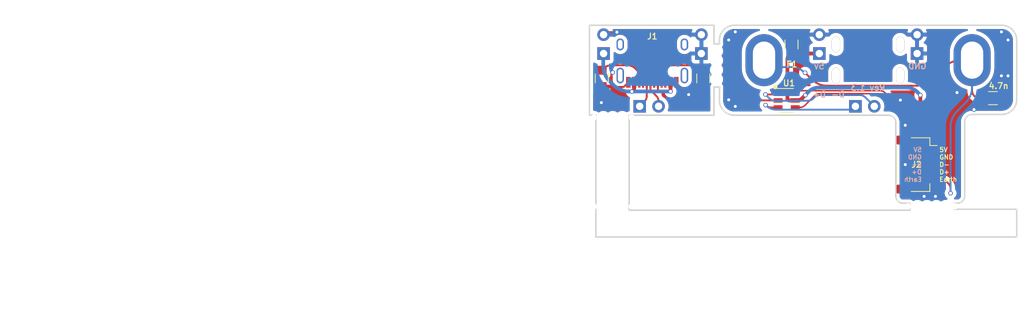
<source format=kicad_pcb>
(kicad_pcb (version 20211014) (generator pcbnew)
  (layers (0 "F.Cu" signal) (31 "B.Cu" signal) (34 "B.Paste" user) (35 "F.Paste" user) (36 "B.SilkS" user "B.Silkscreen") (37 "F.SilkS" user "F.Silkscreen") (38 "B.Mask" user) (39 "F.Mask" user) (44 "Edge.Cuts" user))
  (net 0 "")
  (net 1 "GND")
  (net 2 "D-")
  (net 3 "D+")
  (net 4 "Net-(J1-Pad4)")
  (net 5 "Net-(J1-Pad10)")
  (net 6 "VBUS")
  (net 8 "Net-(J1-Pad5)")
  (net 9 "Net-(J1-Pad6)")
  (net 11 "Earth")
  (footprint "Keeb_components:R_0805" (layer "F.Cu") (at 157.770251 31.323 180)
    (fp_text reference "C1" hide)
    (fp_text value "4.7n" (at -0.762 1.651) (layer "F.SilkS") (effects (font (size 0.8 0.8))))
    (fp_line (start -0.6 -0.88) (end 0.6 -0.88) (layer "F.SilkS") (width 0.12))
    (fp_line (start 0.6 0.88) (end -0.6 0.88) (layer "F.SilkS") (width 0.12))
    (pad "1" smd rect locked (at -1.1 0 180) (size 1.2 1.3) (layers "F.Cu" "F.Paste" "F.Mask") (net 1 "GND"))
    (pad "2" smd rect locked (at 1.1 0 180) (size 1.2 1.3) (layers "F.Cu" "F.Paste" "F.Mask") (net 11 "Earth"))
  )
  (footprint "Keeb_components:USBLC6-2SC6" (layer "F.Cu") (at 130.010251 31.6245 180)
    (fp_text reference "U1" (at -0.319999 2.3255 180) (layer "F.SilkS") (effects (font (size 0.8 0.8))))
    (fp_text value "USBLC6-2SC6")
    (fp_line (start 0.9 -1.61) (end -0.9 -1.61) (layer "F.SilkS") (width 0.12))
    (fp_line (start -0.9 1.61) (end 1.55 1.61) (layer "F.SilkS") (width 0.12))
    (fp_circle (center 1.55 1.81) (end 1.8 1.81) (layer "F.SilkS") (width 0.12) (fill solid))
    (pad "1" smd rect (at 1.15 0.95 270) (size 0.6 1.2) (layers "F.Cu" "F.Paste" "F.Mask") (net 8 "Net-(J1-Pad5)"))
    (pad "2" smd rect (at 1.15 0 270) (size 0.6 1.2) (layers "F.Cu" "F.Paste" "F.Mask") (net 1 "GND"))
    (pad "3" smd rect (at 1.15 -0.95 270) (size 0.6 1.2) (layers "F.Cu" "F.Paste" "F.Mask") (net 9 "Net-(J1-Pad6)"))
    (pad "4" smd rect (at -1.15 -0.95 270) (size 0.6 1.2) (layers "F.Cu" "F.Paste" "F.Mask") (net 3 "D+"))
    (pad "5" smd rect (at -1.15 0 270) (size 0.6 1.2) (layers "F.Cu" "F.Paste" "F.Mask") (net 6 "VBUS"))
    (pad "6" smd rect (at -1.15 0.95 270) (size 0.6 1.2) (layers "F.Cu" "F.Paste" "F.Mask") (net 2 "D-"))
  )
  (footprint "footprints:breakaway-mousebites" (layer "F.Cu") (at 106.61395 33.67 180)
    (fp_text reference "REF**")
    (fp_text value "mb" hide)
    (pad "" np_thru_hole circle (at 2.54 -0.254 180) (size 0.7874 0.7874) (drill 0.7874) (layers F&B.Cu *.Mask))
    (pad "" np_thru_hole circle (at -1.27 -0.254 180) (size 0.7874 0.7874) (drill 0.7874) (layers F&B.Cu *.Mask))
    (pad "" np_thru_hole circle (at -2.54 -0.254 180) (size 0.7874 0.7874) (drill 0.7874) (layers F&B.Cu *.Mask))
    (pad "" np_thru_hole circle (at 1.27 -0.254 180) (size 0.7874 0.7874) (drill 0.7874) (layers F&B.Cu *.Mask))
    (pad "" np_thru_hole circle (at 0 -0.254 180) (size 0.7874 0.7874) (drill 0.7874) (layers F&B.Cu *.Mask))
  )
  (footprint "footprints:breakaway-mousebites" (layer "F.Cu") (at 120.8272 27.517 90)
    (fp_text reference "REF**")
    (fp_text value "mb" hide)
    (pad "" np_thru_hole circle (at 2.54 -0.254 90) (size 0.7874 0.7874) (drill 0.7874) (layers F&B.Cu *.Mask))
    (pad "" np_thru_hole circle (at -1.27 -0.254 90) (size 0.7874 0.7874) (drill 0.7874) (layers F&B.Cu *.Mask))
    (pad "" np_thru_hole circle (at 1.27 -0.254 90) (size 0.7874 0.7874) (drill 0.7874) (layers F&B.Cu *.Mask))
    (pad "" np_thru_hole circle (at 0 -0.254 90) (size 0.7874 0.7874) (drill 0.7874) (layers F&B.Cu *.Mask))
  )
  (footprint "Connector_PinHeader_2.54mm:PinHeader_1x02_P2.54mm_Vertical" (layer "F.Cu") (at 118.5332 25.318 180)
    (fp_text reference "PH2" hide)
    (fp_text value "PinHeader_1x02_P2.54mm_Vertical")
    (pad "1" thru_hole rect (at 0 0 180) (size 1.7 1.7) (drill 1) (layers *.Cu *.Mask) (net 1 "GND"))
    (pad "2" thru_hole oval (at 0 2.54 180) (size 1.7 1.7) (drill 1) (layers *.Cu *.Mask) (net 1 "GND"))
  )
  (footprint "Connector_PinHeader_2.54mm:PinHeader_1x02_P2.54mm_Vertical" (layer "F.Cu") (at 147.563451 25.318 180)
    (fp_text reference "PH5" hide)
    (fp_text value "PinHeader_1x02_P2.54mm_Vertical")
    (pad "1" thru_hole rect (at 0 0 180) (size 1.7 1.7) (drill 1) (layers *.Cu *.Mask) (net 1 "GND"))
    (pad "2" thru_hole oval (at 0 2.54 180) (size 1.7 1.7) (drill 1) (layers *.Cu *.Mask) (net 1 "GND"))
  )
  (footprint "Keeb_components:HRO-TYPE-C-31-M-12" (layer "F.Cu") (at 111.934 21.492 180)
    (fp_text reference "J1")
    (fp_text value "TYPE-C-31-M-12" hide)
    (pad "" np_thru_hole circle locked (at -2.89 -6.25 180) (size 0.65 0.65) (drill 0.65) (layers F&B.Cu *.Mask))
    (pad "" np_thru_hole circle locked (at 2.89 -6.25 180) (size 0.65 0.65) (drill 0.65) (layers F&B.Cu *.Mask))
    (pad "1" smd rect locked (at -3.225 -7.695 180) (size 0.6 1.45) (layers "F.Cu" "F.Paste" "F.Mask") (net 1 "GND"))
    (pad "2" smd rect locked (at -2.45 -7.695 180) (size 0.6 1.45) (layers "F.Cu" "F.Paste" "F.Mask") (net 6 "VBUS"))
    (pad "3" smd rect locked (at -1.75 -7.695 180) (size 0.3 1.45) (layers "F.Cu" "F.Paste" "F.Mask"))
    (pad "4" smd rect locked (at -1.25 -7.695 180) (size 0.3 1.45) (layers "F.Cu" "F.Paste" "F.Mask") (net 4 "Net-(J1-Pad4)"))
    (pad "5" smd rect locked (at -0.75 -7.695 180) (size 0.3 1.45) (layers "F.Cu" "F.Paste" "F.Mask") (net 8 "Net-(J1-Pad5)"))
    (pad "6" smd rect locked (at -0.25 -7.695 180) (size 0.3 1.45) (layers "F.Cu" "F.Paste" "F.Mask") (net 9 "Net-(J1-Pad6)"))
    (pad "7" smd rect locked (at 0.25 -7.695 180) (size 0.3 1.45) (layers "F.Cu" "F.Paste" "F.Mask") (net 8 "Net-(J1-Pad5)"))
    (pad "8" smd rect locked (at 0.75 -7.695 180) (size 0.3 1.45) (layers "F.Cu" "F.Paste" "F.Mask") (net 9 "Net-(J1-Pad6)"))
    (pad "9" smd rect locked (at 1.25 -7.695 180) (size 0.3 1.45) (layers "F.Cu" "F.Paste" "F.Mask"))
    (pad "10" smd rect locked (at 1.75 -7.695 180) (size 0.3 1.45) (layers "F.Cu" "F.Paste" "F.Mask") (net 5 "Net-(J1-Pad10)"))
    (pad "11" smd rect locked (at 2.45 -7.695 180) (size 0.6 1.45) (layers "F.Cu" "F.Paste" "F.Mask") (net 6 "VBUS"))
    (pad "12" smd rect locked (at 3.225 -7.695 180) (size 0.6 1.45) (layers "F.Cu" "F.Paste" "F.Mask") (net 1 "GND"))
    (pad "13" thru_hole oval locked (at 4.32 -6.78 180) (size 1 2.1) (drill oval 0.6 1.7) (layers F&B.Cu *.Mask))
    (pad "13" thru_hole oval locked (at -4.32 -2.6 180) (size 1 1.6) (drill oval 0.6 1.2) (layers F&B.Cu *.Mask))
    (pad "13" thru_hole oval locked (at -4.32 -6.78 180) (size 1 2.1) (drill oval 0.6 1.7) (layers F&B.Cu *.Mask))
    (pad "13" thru_hole oval locked (at 4.32 -2.6 180) (size 1 1.6) (drill oval 0.6 1.2) (layers F&B.Cu *.Mask))
  )
  (footprint "footprints:breakaway-mousebites" (layer "F.Cu") (at 106.61395 45.64 180)
    (fp_text reference "REFr")
    (fp_text value "mb" hide)
    (pad "" np_thru_hole circle (at 2.54 -0.254 180) (size 0.7874 0.7874) (drill 0.7874) (layers F&B.Cu *.Mask))
    (pad "" np_thru_hole circle (at 0 -0.254 180) (size 0.7874 0.7874) (drill 0.7874) (layers F&B.Cu *.Mask))
    (pad "" np_thru_hole circle (at -1.27 -0.254 180) (size 0.7874 0.7874) (drill 0.7874) (layers F&B.Cu *.Mask))
    (pad "" np_thru_hole circle (at 1.27 -0.254 180) (size 0.7874 0.7874) (drill 0.7874) (layers F&B.Cu *.Mask))
    (pad "" np_thru_hole circle (at -2.54 -0.254 180) (size 0.7874 0.7874) (drill 0.7874) (layers F&B.Cu *.Mask))
  )
  (footprint "" (layer "F.Cu") (at 144.753751 24.838521)
    (fp_text reference "" (at 0 0) (layer "F.SilkS") (effects (font (size 1.27 1.27))))
    (fp_text value "" (at 0 0) (layer "F.SilkS") (effects (font (size 1.27 1.27))))
    (pad "" thru_hole oval (at 10.2105 1.370479) (size 5 7) (drill oval 3 5) (layers *.Cu *.Mask) (net 11 "Earth"))
  )
  (footprint "Keeb_components:F_0805" (layer "F.Cu") (at 130.660251 24.092 -90)
    (fp_text reference "F1" (at 2.667 -0.050999) (layer "F.SilkS") (effects (font (size 0.8 0.8))))
    (fp_text value "Polyfuse_Small" hide)
    (fp_line (start 0.6 0.88) (end -0.6 0.88) (layer "F.SilkS") (width 0.12))
    (fp_line (start -0.6 -0.88) (end 0.6 -0.88) (layer "F.SilkS") (width 0.12))
    (pad "1" smd rect locked (at -1.099999 0 270) (size 1 1.3) (layers "F.Cu" "F.Paste" "F.Mask") (net 6 "VBUS"))
    (pad "2" smd rect locked (at 1.099999 0 270) (size 1 1.3) (layers "F.Cu" "F.Paste" "F.Mask") (net 6 "VBUS"))
  )
  (footprint "footprints:breakaway-mousebites" (layer "F.Cu") (at 150.161 45.64 180)
    (fp_text reference "REF**")
    (fp_text value "bm" hide)
    (pad "" np_thru_hole circle (at 2.54 -0.254 180) (size 0.7874 0.7874) (drill 0.7874) (layers F&B.Cu *.Mask))
    (pad "" np_thru_hole circle (at -2.54 -0.254 180) (size 0.7874 0.7874) (drill 0.7874) (layers F&B.Cu *.Mask))
    (pad "" np_thru_hole circle (at 3.81 -0.254 180) (size 0.7874 0.7874) (drill 0.7874) (layers F&B.Cu *.Mask))
    (pad "" np_thru_hole circle (at 1.27 -0.254 180) (size 0.7874 0.7874) (drill 0.7874) (layers F&B.Cu *.Mask))
    (pad "" np_thru_hole circle (at 0 -0.254 180) (size 0.7874 0.7874) (drill 0.7874) (layers F&B.Cu *.Mask))
    (pad "" np_thru_hole circle (at -1.27 -0.254 180) (size 0.7874 0.7874) (drill 0.7874) (layers F&B.Cu *.Mask))
  )
  (footprint "Keeb_components:R_0805" (layer "F.Cu") (at 105.1362 28.664 -90)
    (fp_text reference "R1" hide)
    (fp_text value "5.1k" hide)
    (fp_line (start 0.6 0.88) (end -0.6 0.88) (layer "F.SilkS") (width 0.12))
    (fp_line (start -0.6 -0.88) (end 0.6 -0.88) (layer "F.SilkS") (width 0.12))
    (pad "1" smd rect locked (at -1.1 0 270) (size 1.2 1.3) (layers "F.Cu" "F.Paste" "F.Mask") (net 5 "Net-(J1-Pad10)"))
    (pad "2" smd rect locked (at 1.1 0 270) (size 1.2 1.3) (layers "F.Cu" "F.Paste" "F.Mask") (net 1 "GND"))
  )
  (footprint "Connector_PinHeader_2.54mm:PinHeader_1x02_P2.54mm_Vertical" (layer "F.Cu") (at 134.406251 25.318 180)
    (fp_text reference "PH4" hide)
    (fp_text value "PinHeader_1x02_P2.54mm_Vertical" hide)
    (pad "1" thru_hole rect (at 0 0 180) (size 1.7 1.7) (drill 1) (layers *.Cu *.Mask) (net 6 "VBUS"))
    (pad "2" thru_hole oval (at 0 2.54 180) (size 1.7 1.7) (drill 1) (layers *.Cu *.Mask) (net 1 "GND"))
  )
  (footprint "Connector_PinHeader_2.54mm:PinHeader_1x02_P2.54mm_Vertical" (layer "F.Cu") (at 110.234 32.418 90)
    (fp_text reference "PH3" hide)
    (fp_text value "PinHeader_1x02_P2.54mm_Vertical" hide)
    (pad "1" thru_hole rect (at 0 0 90) (size 1.7 1.7) (drill 1) (layers *.Cu *.Mask) (net 9 "Net-(J1-Pad6)"))
    (pad "2" thru_hole oval (at 0 2.54 90) (size 1.7 1.7) (drill 1) (layers *.Cu *.Mask) (net 8 "Net-(J1-Pad5)"))
  )
  (footprint "Connector_PinHeader_2.54mm:PinHeader_1x02_P2.54mm_Vertical" (layer "F.Cu") (at 105.376 25.318 180)
    (fp_text reference "PH1" hide)
    (fp_text value "PinHeader_1x02_P2.54mm_Vertical" hide)
    (pad "1" thru_hole rect (at 0 0 180) (size 1.7 1.7) (drill 1) (layers *.Cu *.Mask) (net 6 "VBUS"))
    (pad "2" thru_hole oval (at 0 2.54 180) (size 1.7 1.7) (drill 1) (layers *.Cu *.Mask) (net 1 "GND"))
  )
  (footprint "Connector_JST:JST_SH_SM05B-SRSS-TB_1x05-1MP_P1.00mm_Horizontal" (layer "F.Cu") (at 147.494 40.262 -90)
    (fp_text reference "J2" hide)
    (fp_text value "JST_SH_SM05B-SRSS-TB_1x05-1MP_P1.00mm_Horizontal")
    (fp_line (start -3.61 0.715) (end -3.61 -1.785) (layer "F.SilkS") (width 0.12))
    (fp_line (start 3.61 -1.785) (end 2.56 -1.785) (layer "F.SilkS") (width 0.12))
    (fp_line (start -2.44 2.685) (end 2.44 2.685) (layer "F.SilkS") (width 0.12))
    (fp_line (start -3.61 -1.785) (end -2.56 -1.785) (layer "F.SilkS") (width 0.12))
    (fp_line (start -2.56 -1.785) (end -2.56 -2.775) (layer "F.SilkS") (width 0.12))
    (fp_line (start 3.61 0.715) (end 3.61 -1.785) (layer "F.SilkS") (width 0.12))
    (pad "1" smd roundrect (at -2 -2 270) (size 0.6 1.55) (layers "F.Cu" "F.Paste" "F.Mask") (net 6 "VBUS"))
    (pad "2" smd roundrect (at -1 -2 270) (size 0.6 1.55) (layers "F.Cu" "F.Paste" "F.Mask") (net 1 "GND"))
    (pad "3" smd roundrect (at 0 -2 270) (size 0.6 1.55) (layers "F.Cu" "F.Paste" "F.Mask") (net 2 "D-"))
    (pad "4" smd roundrect (at 1 -2 270) (size 0.6 1.55) (layers "F.Cu" "F.Paste" "F.Mask") (net 3 "D+"))
    (pad "5" smd roundrect (at 2 -2 270) (size 0.6 1.55) (layers "F.Cu" "F.Paste" "F.Mask") (net 11 "Earth"))
    (pad "MP" smd roundrect (at -3.3 1.875 270) (size 1.2 1.8) (layers "F.Cu" "F.Paste" "F.Mask") (roundrect_rratio 0.2083333333))
    (pad "MP" smd roundrect (at 3.3 1.875 270) (size 1.2 1.8) (layers "F.Cu" "F.Paste" "F.Mask") (roundrect_rratio 0.2083333333))
  )
  (footprint "Connector_PinHeader_2.54mm:PinHeader_1x02_P2.54mm_Vertical" (layer "F.Cu") (at 139.264251 32.418 90)
    (fp_text reference "PH6" hide)
    (fp_text value "PinHeader_1x02_P2.54mm_Vertical" hide)
    (pad "1" thru_hole rect (at 0 0 90) (size 1.7 1.7) (drill 1) (layers *.Cu *.Mask) (net 9 "Net-(J1-Pad6)"))
    (pad "2" thru_hole oval (at 0 2.54 90) (size 1.7 1.7) (drill 1) (layers *.Cu *.Mask) (net 8 "Net-(J1-Pad5)"))
  )
  (footprint "" (layer "F.Cu") (at 113.638751 24.711521)
    (fp_text reference "" (at 0 0) (layer "F.SilkS") (effects (font (size 1.27 1.27))))
    (fp_text value "" (at 0 0) (layer "F.SilkS") (effects (font (size 1.27 1.27))))
    (pad "" thru_hole oval (at 13.3255 1.497479) (size 5 7) (drill oval 3 5) (layers *.Cu *.Mask) (net 11 "Earth"))
  )
  (footprint "Keeb_components:R_0805" (layer "F.Cu") (at 118.7968 28.664 -90)
    (fp_text reference "R2" hide)
    (fp_text value "5.1k" hide)
    (fp_line (start 0.6 0.88) (end -0.6 0.88) (layer "F.SilkS") (width 0.12))
    (fp_line (start -0.6 -0.88) (end 0.6 -0.88) (layer "F.SilkS") (width 0.12))
    (pad "1" smd rect locked (at -1.1 0 270) (size 1.2 1.3) (layers "F.Cu" "F.Paste" "F.Mask") (net 4 "Net-(J1-Pad4)"))
    (pad "2" smd rect locked (at 1.1 0 270) (size 1.2 1.3) (layers "F.Cu" "F.Paste" "F.Mask") (net 1 "GND"))
  )
  (footprint "Keeb_components:HRO-TYPE-C-31-M-12" (layer "F.Cu") (at 140.964251 21.492 180)
    (fp_text reference "J6")
    (fp_text value "TYPE-C-31-M-12" hide)
    (pad "13" thru_hole oval (at -4.32 -6.78 180) (size 1.1 2.1) (drill oval 1.1 2.1) (layers *.Cu *.Mask))
    (pad "13" thru_hole oval (at 4.32 -6.78 180) (size 1.1 2.1) (drill oval 1.1 2.1) (layers *.Cu *.Mask))
    (pad "13" thru_hole oval (at 4.32 -2.6 180) (size 1.1 2.1) (drill oval 1.1 2.1) (layers *.Cu *.Mask))
    (pad "13" thru_hole oval (at -4.32 -2.6 180) (size 1.1 2.1) (drill oval 1.1 2.1) (layers *.Cu *.Mask))
  )
  (footprint "footprints:MegaMan7" (layer "B.Cu") (at 140.964251 25.997 180)
    (fp_text reference "G1" hide)
    (fp_text value "LOGO" hide)
  )
  (gr_arc (start 122.964251 33.617) (mid 121.550037 33.031214) (end 120.964252 31.617) (layer "Edge.Cuts") (width 0.2))
  (gr_line (start 144.699251 44.467) (end 144.699251 34.617) (layer "Edge.Cuts") (width 0.2))
  (gr_line (start 152.59 46.275) (end 152.59 45.467) (layer "Edge.Cuts") (width 0.2))
  (gr_line (start 146.605 45.467) (end 145.699251 45.467) (layer "Edge.Cuts") (width 0.2))
  (gr_arc (start 145.699251 45.467) (mid 144.992144 45.174107) (end 144.699251 44.467) (layer "Edge.Cuts") (width 0.2))
  (gr_line (start 120.2332 24.023) (end 120.2332 21.517001) (layer "Edge.Cuts") (width 0.2))
  (gr_line (start 104.33895 33.617) (end 103.4782 33.617) (layer "Edge.Cuts") (width 0.2))
  (gr_line (start 160.964251 46.275) (end 160.964251 50) (layer "Edge.Cuts") (width 0.2))
  (gr_line (start 160.964251 31.517) (end 160.964251 23.517) (layer "Edge.Cuts") (width 0.2))
  (gr_line (start 108.81895 33.617) (end 120.2332 33.617) (layer "Edge.Cuts") (width 0.2))
  (gr_line (start 160.964251 46.275) (end 152.59 46.275) (layer "Edge.Cuts") (width 0.2))
  (gr_line (start 104.33895 33.617) (end 104.33895 50) (layer "Edge.Cuts") (width 0.2))
  (gr_line (start 143.699251 33.617) (end 122.964251 33.617) (layer "Edge.Cuts") (width 0.2))
  (gr_line (start 120.9822 29.823) (end 120.2332 29.823) (layer "Edge.Cuts") (width 0.2))
  (gr_arc (start 153.964251 34.517) (mid 154.257152 33.809901) (end 154.964251 33.517) (layer "Edge.Cuts") (width 0.2))
  (gr_line (start 146.605 45.467) (end 146.605 46.402) (layer "Edge.Cuts") (width 0.2))
  (gr_line (start 103.476 21.517001) (end 120.2332 21.517001) (layer "Edge.Cuts") (width 0.2))
  (gr_line (start 103.4782 33.617) (end 103.476 21.517) (layer "Edge.Cuts") (width 0.2))
  (gr_line (start 108.81895 46.402) (end 146.605 46.402) (layer "Edge.Cuts") (width 0.2))
  (gr_line (start 158.964251 33.517) (end 154.964251 33.517) (layer "Edge.Cuts") (width 0.2))
  (gr_line (start 160.964251 50) (end 104.33895 50) (layer "Edge.Cuts") (width 0.2))
  (gr_arc (start 158.964251 21.517) (mid 160.378464 22.102786) (end 160.964251 23.516999) (layer "Edge.Cuts") (width 0.2))
  (gr_arc (start 153.964251 44.467) (mid 153.671358 45.174107) (end 152.964251 45.467) (layer "Edge.Cuts") (width 0.2))
  (gr_arc (start 160.964251 31.517) (mid 160.378465 32.931214) (end 158.964251 33.517) (layer "Edge.Cuts") (width 0.2))
  (gr_line (start 153.964251 44.467) (end 153.964251 34.517) (layer "Edge.Cuts") (width 0.2))
  (gr_line (start 120.9822 24.023) (end 120.964251 23.517) (layer "Edge.Cuts") (width 0.2))
  (gr_line (start 120.2332 29.823) (end 120.2332 33.617) (layer "Edge.Cuts") (width 0.2))
  (gr_arc (start 143.699251 33.617) (mid 144.406357 33.909894) (end 144.699251 34.617) (layer "Edge.Cuts") (width 0.2))
  (gr_line (start 120.2332 24.023) (end 120.9822 24.023) (layer "Edge.Cuts") (width 0.2))
  (gr_line (start 152.964251 45.467) (end 152.59 45.467) (layer "Edge.Cuts") (width 0.2))
  (gr_line (start 120.9822 29.823) (end 120.964252 31.617) (layer "Edge.Cuts") (width 0.2))
  (gr_line (start 108.81895 46.402) (end 108.81895 33.617) (layer "Edge.Cuts") (width 0.2))
  (gr_arc (start 120.964251 23.517) (mid 121.550037 22.102787) (end 122.96425 21.517001) (layer "Edge.Cuts") (width 0.2))
  (gr_line (start 122.96425 21.517001) (end 158.964251 21.517) (layer "Edge.Cuts") (width 0.2))
  (gr_text "Rev 1.3" (at 140.964251 29.907) (layer "B.SilkS") (effects (font (size 0.8 0.8)) (justify mirror)))
  (gr_text "Earth" (at 148.256 42.262) (layer "B.SilkS") (effects (font (size 0.6 0.6) (thickness 0.12)) (justify left mirror)))
  (gr_text "D+" (at 134.39425 30.823) (layer "B.SilkS") (effects (font (size 0.8 0.8)) (justify mirror)))
  (gr_text "5v" (at 134.39425 27.013) (layer "B.SilkS") (effects (font (size 0.8 0.8)) (justify mirror)))
  (gr_text "GND" (at 147.60225 27.013) (layer "B.SilkS") (effects (font (size 0.8 0.8)) (justify mirror)))
  (gr_text "5V" (at 148.256 38.262) (layer "B.SilkS") (effects (font (size 0.6 0.6) (thickness 0.12)) (justify left mirror)))
  (gr_text "D-" (at 136.93425 30.823) (layer "B.SilkS") (effects (font (size 0.8 0.8)) (justify mirror)))
  (gr_text "D-" (at 148.256 40.262) (layer "B.SilkS") (effects (font (size 0.6 0.6) (thickness 0.12)) (justify left mirror)))
  (gr_text "GND" (at 148.256 39.262) (layer "B.SilkS") (effects (font (size 0.6 0.6) (thickness 0.12)) (justify left mirror)))
  (gr_text "D+" (at 148.256 41.262) (layer "B.SilkS") (effects (font (size 0.6 0.6) (thickness 0.12)) (justify left mirror)))
  (gr_text "Earth" (at 150.5 42.262) (layer "F.SilkS") (effects (font (size 0.6 0.6) (thickness 0.12)) (justify left)))
  (gr_text "J1" (at 111.934 23) (layer "F.SilkS") (effects (font (size 0.8 0.8))))
  (gr_text "5V" (at 150.5 38.262) (layer "F.SilkS") (effects (font (size 0.6 0.6) (thickness 0.12)) (justify left)))
  (gr_text "" (at 49.317501 46.093521) (layer "F.SilkS") (effects (font (size 1.27 1.27))))
  (gr_text "" (at 24.3797 27.251521) (layer "F.SilkS") (effects (font (size 1.27 1.27))))
  (gr_text "D+" (at 150.5 41.262) (layer "F.SilkS") (effects (font (size 0.6 0.6) (thickness 0.12)) (justify left)))
  (gr_text "" (at 24.3797 27.251521) (layer "F.SilkS") (effects (font (size 1.27 1.27))))
  (gr_text "" (at 49.317501 46.093521) (layer "F.SilkS") (effects (font (size 1.27 1.27))))
  (gr_text "J2" (at 147.494 40.262) (layer "F.SilkS") (effects (font (size 0.8 0.8))))
  (gr_text "D-" (at 150.5 40.262) (layer "F.SilkS") (effects (font (size 0.6 0.6) (thickness 0.12)) (justify left)))
  (gr_text "GND" (at 150.5 39.262) (layer "F.SilkS") (effects (font (size 0.6 0.6) (thickness 0.12)) (justify left)))
  (segment (start 105.713 22.441) (end 107.1682 22.441) (width 0.25) (layer "F.Cu") (net 1))
  (segment (start 118.009693 30.551107) (end 118.7968 29.764) (width 0.25) (layer "F.Cu") (net 1))
  (segment (start 108.089 29.807) (end 105.1792 29.807) (width 0.25) (layer "F.Cu") (net 1))
  (segment (start 116.826 30.844) (end 117.302586 30.844) (width 0.25) (layer "F.Cu") (net 1))
  (segment (start 108.709 29.187) (end 108.089 29.807) (width 0.25) (layer "F.Cu") (net 1))
  (segment (start 128.860251 31.6245) (end 122.291751 31.6245) (width 0.25) (layer "F.Cu") (net 1))
  (segment (start 116.726 30.844) (end 115.159 29.277) (width 0.25) (layer "F.Cu") (net 1))
  (segment (start 116.826 30.844) (end 116.726 30.844) (width 0.25) (layer "F.Cu") (net 1))
  (segment (start 115.159 29.277) (end 115.159 29.187) (width 0.25) (layer "F.Cu") (net 1))
  (segment (start 122.291751 31.6245) (end 122.210251 31.543) (width 0.25) (layer "F.Cu") (net 1))
  (via (at 152.93625 30.569) (size 0.6) (drill 0.4) (layers "F.Cu" "B.Cu") (net 1))
  (via (at 106.6 27.86) (size 0.6) (drill 0.4) (layers "F.Cu" "B.Cu") (net 1))
  (via (at 116.826 30.844) (size 0.6) (drill 0.4) (layers "F.Cu" "B.Cu") (net 1))
  (via (at 123.099251 32.432) (size 0.6) (drill 0.4) (layers "F.Cu" "B.Cu") (net 1))
  (via (at 122.210251 31.543) (size 0.6) (drill 0.4) (layers "F.Cu" "B.Cu") (net 1))
  (via (at 105.076 31.924) (size 0.6) (drill 0.4) (layers "F.Cu" "B.Cu") (net 1))
  (via (at 158.913251 22.399) (size 0.6) (drill 0.4) (layers "F.Cu" "B.Cu") (net 1))
  (via (at 150.034 44.539) (size 0.6) (drill 0.4) (layers "F.Cu" "B.Cu") (net 1))
  (via (at 145.97 34.972) (size 0.6) (drill 0.4) (layers "F.Cu" "B.Cu") (net 1))
  (via (at 145.31625 31.585) (size 0.6) (drill 0.4) (layers "F.Cu" "B.Cu") (net 1))
  (via (at 159.802251 23.492) (size 0.6) (drill 0.4) (layers "F.Cu" "B.Cu") (net 1))
  (via (at 145.97 40.262) (size 0.6) (drill 0.4) (layers "F.Cu" "B.Cu") (net 1))
  (via (at 123.099251 22.399) (size 0.6) (drill 0.4) (layers "F.Cu" "B.Cu") (net 1))
  (via (at 122.210251 23.492) (size 0.6) (drill 0.4) (layers "F.Cu" "B.Cu") (net 1))
  (via (at 107.1682 22.441) (size 0.6) (drill 0.4) (layers "F.Cu" "B.Cu") (net 1))
  (via (at 159.802251 28.3172) (size 0.6) (drill 0.4) (layers "F.Cu" "B.Cu") (net 1))
  (via (at 148.51 44.539) (size 0.6) (drill 0.4) (layers "F.Cu" "B.Cu") (net 1))
  (via (at 158.913251 28.3172) (size 0.6) (drill 0.4) (layers "F.Cu" "B.Cu") (net 1))
  (via (at 155.22225 32.855) (size 0.6) (drill 0.4) (layers "F.Cu" "B.Cu") (net 1))
  (arc (start 118.009693 30.551107) (mid 117.68527 30.76788) (end 117.302586 30.844) (width 0.25) (layer "F.Cu") (net 1))
  (segment (start 131.835686 30.317145) (end 131.933965 30.315) (width 0.2) (layer "F.Cu") (net 2))
  (segment (start 148.626214 40.262) (end 149.494 40.262) (width 0.2) (layer "F.Cu") (net 2))
  (segment (start 147.386 35.15178) (end 147.386 39.021786) (width 0.2) (layer "F.Cu") (net 2))
  (segment (start 131.933965 30.315) (end 142.54922 30.315) (width 0.2) (layer "F.Cu") (net 2))
  (segment (start 147.678893 39.728893) (end 147.919107 39.969107) (width 0.2) (layer "F.Cu") (net 2))
  (segment (start 131.461312 30.430723) (end 131.642906 30.355498) (width 0.2) (layer "F.Cu") (net 2))
  (segment (start 131.297882 30.539929) (end 131.461312 30.430723) (width 0.2) (layer "F.Cu") (net 2))
  (segment (start 131.160251 30.6745) (end 131.226858 30.607893) (width 0.2) (layer "F.Cu") (net 2))
  (segment (start 131.226858 30.607893) (end 131.297882 30.539929) (width 0.2) (layer "F.Cu") (net 2))
  (segment (start 131.642906 30.355498) (end 131.835686 30.317145) (width 0.2) (layer "F.Cu") (net 2))
  (segment (start 143.256327 30.607893) (end 147.093107 34.444673) (width 0.2) (layer "F.Cu") (net 2))
  (arc (start 148.626214 40.262) (mid 148.243531 40.18588) (end 147.919107 39.969107) (width 0.2) (layer "F.Cu") (net 2))
  (arc (start 147.093107 34.444673) (mid 147.30988 34.769096) (end 147.386 35.15178) (width 0.2) (layer "F.Cu") (net 2))
  (arc (start 142.54922 30.315) (mid 142.931903 30.39112) (end 143.256327 30.607893) (width 0.2) (layer "F.Cu") (net 2))
  (arc (start 147.386 39.021786) (mid 147.46212 39.404469) (end 147.678893 39.728893) (width 0.2) (layer "F.Cu") (net 2))
  (segment (start 147.278893 40.852893) (end 147.395107 40.969107) (width 0.2) (layer "F.Cu") (net 3))
  (segment (start 134.460339 30.715) (end 142.383534 30.715) (width 0.2) (layer "F.Cu") (net 3))
  (segment (start 146.986 35.317466) (end 146.986 40.145786) (width 0.2) (layer "F.Cu") (net 3))
  (segment (start 148.102214 41.262) (end 149.494 41.262) (width 0.2) (layer "F.Cu") (net 3))
  (segment (start 143.090641 31.007893) (end 146.693107 34.610359) (width 0.2) (layer "F.Cu") (net 3))
  (segment (start 131.160251 32.5745) (end 131.772411 32.5745) (width 0.2) (layer "F.Cu") (net 3))
  (segment (start 132.479518 32.281607) (end 133.753232 31.007893) (width 0.2) (layer "F.Cu") (net 3))
  (arc (start 131.772411 32.5745) (mid 132.155094 32.49838) (end 132.479518 32.281607) (width 0.2) (layer "F.Cu") (net 3))
  (arc (start 146.986 35.317466) (mid 146.90988 34.934783) (end 146.693107 34.610359) (width 0.2) (layer "F.Cu") (net 3))
  (arc (start 133.753232 31.007893) (mid 134.077656 30.79112) (end 134.460339 30.715) (width 0.2) (layer "F.Cu") (net 3))
  (arc (start 143.090641 31.007893) (mid 142.766218 30.79112) (end 142.383534 30.715) (width 0.2) (layer "F.Cu") (net 3))
  (arc (start 148.102214 41.262) (mid 147.719531 41.18588) (end 147.395107 40.969107) (width 0.2) (layer "F.Cu") (net 3))
  (arc (start 146.986 40.145786) (mid 147.06212 40.528469) (end 147.278893 40.852893) (width 0.2) (layer "F.Cu") (net 3))
  (segment (start 117.50848 26.897) (end 114.74452 26.897) (width 0.25) (layer "F.Cu") (net 4))
  (segment (start 113.68386 27.33634) (end 113.62334 27.39686) (width 0.25) (layer "F.Cu") (net 4))
  (segment (start 118.7968 27.564) (end 118.56914 27.33634) (width 0.25) (layer "F.Cu") (net 4))
  (segment (start 113.184 28.45752) (end 113.184 29.187) (width 0.25) (layer "F.Cu") (net 4))
  (arc (start 113.62334 27.39686) (mid 113.298181 27.883495) (end 113.184 28.45752) (width 0.25) (layer "F.Cu") (net 4))
  (arc (start 113.68386 27.33634) (mid 114.170495 27.011181) (end 114.74452 26.897) (width 0.25) (layer "F.Cu") (net 4))
  (arc (start 118.56914 27.33634) (mid 118.082505 27.011181) (end 117.50848 26.897) (width 0.25) (layer "F.Cu") (net 4))
  (segment (start 105.36386 27.33634) (end 105.1362 27.564) (width 0.25) (layer "F.Cu") (net 5))
  (segment (start 108.58988 26.897) (end 106.42452 26.897) (width 0.25) (layer "F.Cu") (net 5))
  (segment (start 109.74466 27.43046) (end 109.65054 27.33634) (width 0.25) (layer "F.Cu") (net 5))
  (segment (start 110.184 29.187) (end 110.184 28.49112) (width 0.25) (layer "F.Cu") (net 5))
  (arc (start 110.184 28.49112) (mid 110.069819 27.917095) (end 109.74466 27.43046) (width 0.25) (layer "F.Cu") (net 5))
  (arc (start 109.65054 27.33634) (mid 109.163905 27.011181) (end 108.58988 26.897) (width 0.25) (layer "F.Cu") (net 5))
  (arc (start 105.36386 27.33634) (mid 105.850495 27.011181) (end 106.42452 26.897) (width 0.25) (layer "F.Cu") (net 5))
  (segment (start 131.404536 31.6245) (end 131.160251 31.6245) (width 0.5) (layer "F.Cu") (net 6))
  (segment (start 130.110251 26.156213) (end 130.110251 31.4245) (width 0.5) (layer "F.Cu") (net 6))
  (segment (start 132.254 24.31907) (end 132.254 23.992001) (width 0.5) (layer "F.Cu") (net 6))
  (segment (start 148.002 37.262) (end 148.002 30.9145) (width 0.5) (layer "F.Cu") (net 6))
  (segment (start 130.110251 31.4245) (end 130.310251 31.6245) (width 0.5) (layer "F.Cu") (net 6))
  (segment (start 130.660251 25.191999) (end 130.403144 25.449106) (width 0.5) (layer "F.Cu") (net 6))
  (segment (start 132.52875 30.9145) (end 132.111643 31.331607) (width 0.5) (layer "F.Cu") (net 6))
  (segment (start 130.310251 31.6245) (end 131.160251 31.6245) (width 0.5) (layer "F.Cu") (net 6))
  (segment (start 109.484 30.1582) (end 109.2002 30.442) (width 0.5) (layer "F.Cu") (net 6))
  (segment (start 134.406251 25.318) (end 133.254929 25.31907) (width 0.5) (layer "F.Cu") (net 6))
  (segment (start 114.384 30.4188) (end 114.384 29.187) (width 0.5) (layer "F.Cu") (net 6))
  (segment (start 149.494 38.262) (end 149.002 38.262) (width 0.5) (layer "F.Cu") (net 6))
  (segment (start 131.254 22.992001) (end 130.660251 22.992001) (width 0.5) (layer "F.Cu") (net 6))
  (segment (start 109.484 29.187) (end 109.484 30.1582) (width 0.5) (layer "F.Cu") (net 6))
  (via (at 114.384 30.4188) (size 0.6) (drill 0.4) (layers "F.Cu" "B.Cu") (net 6))
  (via (at 132.52875 30.9145) (size 0.6) (drill 0.4) (layers "F.Cu" "B.Cu") (net 6))
  (via (at 148.002 30.9145) (size 0.6) (drill 0.4) (layers "F.Cu" "B.Cu") (net 6))
  (via (at 109.1852 30.427) (size 0.6) (drill 0.4) (layers "F.Cu" "B.Cu") (net 6))
  (arc (start 131.404536 31.6245) (mid 131.787219 31.54838) (end 132.111643 31.331607) (width 0.5) (layer "F.Cu") (net 6))
  (arc (start 130.110251 26.156213) (mid 130.186371 25.77353) (end 130.403144 25.449106) (width 0.5) (layer "F.Cu") (net 6))
  (arc (start 132.254 23.992001) (mid 131.961107 23.284894) (end 131.254 22.992001) (width 0.5) (layer "F.Cu") (net 6))
  (arc (start 132.254 24.31907) (mid 132.547222 25.026505) (end 133.254929 25.31907) (width 0.5) (layer "F.Cu") (net 6))
  (arc (start 149.002 38.262) (mid 148.294893 37.969107) (end 148.002 37.262) (width 0.5) (layer "F.Cu") (net 6))
  (segment (start 109.1934 30.4188) (end 109.1852 30.427) (width 0.5) (layer "B.Cu") (net 6))
  (segment (start 108.818138 30.427) (end 109.1852 30.427) (width 0.5) (layer "B.Cu") (net 6))
  (segment (start 114.384 30.4188) (end 109.1934 30.4188) (width 0.5) (layer "B.Cu") (net 6))
  (segment (start 105.376 25.318) (end 105.33 25.364) (width 0.5) (layer "B.Cu") (net 6))
  (segment (start 132.52875 30.88725) (end 132.938214 30.477786) (width 0.5) (layer "B.Cu") (net 6))
  (segment (start 132.52875 30.9145) (end 132.52875 30.88725) (width 0.5) (layer "B.Cu") (net 6))
  (segment (start 147.571787 30.477787) (end 148.002 30.908) (width 0.5) (layer "B.Cu") (net 6))
  (segment (start 105.33 25.364) (end 105.33 26.938862) (width 0.5) (layer "B.Cu") (net 6))
  (segment (start 134.352427 29.892) (end 146.157573 29.892) (width 0.5) (layer "B.Cu") (net 6))
  (segment (start 106.20868 29.060183) (end 106.696818 29.548321) (width 0.5) (layer "B.Cu") (net 6))
  (segment (start 148.002 30.908) (end 148.002 30.9145) (width 0.5) (layer "B.Cu") (net 6))
  (arc (start 106.20868 29.060183) (mid 105.558361 28.086913) (end 105.33 26.938862) (width 0.5) (layer "B.Cu") (net 6))
  (arc (start 146.157573 29.892) (mid 146.92294 30.044241) (end 147.571787 30.477787) (width 0.5) (layer "B.Cu") (net 6))
  (arc (start 132.938214 30.477786) (mid 133.58706 30.044241) (end 134.352427 29.892) (width 0.5) (layer "B.Cu") (net 6))
  (arc (start 106.696818 29.548321) (mid 107.670088 30.198639) (end 108.818138 30.427) (width 0.5) (layer "B.Cu") (net 6))
  (segment (start 128.711751 30.823) (end 128.860251 30.6745) (width 0.25) (layer "F.Cu") (net 8))
  (segment (start 112.434 30.484) (end 111.934 30.484) (width 0.25) (layer "F.Cu") (net 8))
  (segment (start 127.15525 30.823) (end 128.711751 30.823) (width 0.25) (layer "F.Cu") (net 8))
  (segment (start 111.684 30.234) (end 111.684 29.187) (width 0.25) (layer "F.Cu") (net 8))
  (segment (start 112.481107 31.031107) (end 111.934 30.484) (width 0.25) (layer "F.Cu") (net 8))
  (segment (start 112.684 29.187) (end 112.684 30.234) (width 0.25) (layer "F.Cu") (net 8))
  (segment (start 112.774 32.418) (end 112.774 31.738214) (width 0.25) (layer "F.Cu") (net 8))
  (via (at 127.15525 30.823) (size 0.6) (drill 0.4) (layers "F.Cu" "B.Cu") (net 8))
  (arc (start 111.684 30.234) (mid 111.757223 30.410777) (end 111.934 30.484) (width 0.25) (layer "F.Cu") (net 8))
  (arc (start 112.434 30.484) (mid 112.610777 30.410777) (end 112.684 30.234) (width 0.25) (layer "F.Cu") (net 8))
  (arc (start 112.481107 31.031107) (mid 112.69788 31.35553) (end 112.774 31.738214) (width 0.25) (layer "F.Cu") (net 8))
  (segment (start 133.739107 31.200893) (end 133.562893 31.377107) (width 0.25) (layer "B.Cu") (net 8))
  (segment (start 127.709357 31.377107) (end 127.15525 30.823) (width 0.25) (layer "B.Cu") (net 8))
  (segment (start 132.855786 31.67) (end 128.416464 31.67) (width 0.25) (layer "B.Cu") (net 8))
  (segment (start 139.880037 30.908) (end 134.446214 30.908) (width 0.25) (layer "B.Cu") (net 8))
  (segment (start 141.804251 32.418) (end 140.587144 31.200893) (width 0.25) (layer "B.Cu") (net 8))
  (arc (start 132.855786 31.67) (mid 133.238469 31.59388) (end 133.562893 31.377107) (width 0.25) (layer "B.Cu") (net 8))
  (arc (start 139.880037 30.908) (mid 140.26272 30.98412) (end 140.587144 31.200893) (width 0.25) (layer "B.Cu") (net 8))
  (arc (start 127.709357 31.377107) (mid 128.03378 31.59388) (end 128.416464 31.67) (width 0.25) (layer "B.Cu") (net 8))
  (arc (start 134.446214 30.908) (mid 134.063531 30.98412) (end 133.739107 31.200893) (width 0.25) (layer "B.Cu") (net 8))
  (segment (start 127.913714 32.5745) (end 128.860251 32.5745) (width 0.25) (layer "F.Cu") (net 9))
  (segment (start 127.174 32.249) (end 127.206607 32.281607) (width 0.25) (layer "F.Cu") (net 9))
  (segment (start 112.184 28.162) (end 112.184 29.187) (width 0.25) (layer "F.Cu") (net 9))
  (segment (start 111.184 29.187) (end 111.184 31.053786) (width 0.25) (layer "F.Cu") (net 9))
  (segment (start 111.184 28.162) (end 111.209 28.137) (width 0.25) (layer "F.Cu") (net 9))
  (segment (start 111.209 28.137) (end 112.159 28.137) (width 0.25) (layer "F.Cu") (net 9))
  (segment (start 110.891107 31.760893) (end 110.234 32.418) (width 0.25) (layer "F.Cu") (net 9))
  (segment (start 112.159 28.137) (end 112.184 28.162) (width 0.25) (layer "F.Cu") (net 9))
  (segment (start 111.184 29.187) (end 111.184 28.162) (width 0.25) (layer "F.Cu") (net 9))
  (via (at 127.174 32.249) (size 0.6) (drill 0.4) (layers "F.Cu" "B.Cu") (net 9))
  (arc (start 110.891107 31.760893) (mid 111.10788 31.43647) (end 111.184 31.053786) (width 0.25) (layer "F.Cu") (net 9))
  (arc (start 127.206607 32.281607) (mid 127.53103 32.49838) (end 127.913714 32.5745) (width 0.25) (layer "F.Cu") (net 9))
  (segment (start 127.174 32.249) (end 127.207214 32.282214) (width 0.25) (layer "B.Cu") (net 9))
  (segment (start 128.621427 32.868) (end 138.814251 32.868) (width 0.25) (layer "B.Cu") (net 9))
  (segment (start 138.814251 32.868) (end 139.264251 32.418) (width 0.25) (layer "B.Cu") (net 9))
  (arc (start 127.207214 32.282214) (mid 127.85606 32.715759) (end 128.621427 32.868) (width 0.25) (layer "B.Cu") (net 9))
  (segment (start 147.53361 29.647) (end 135.476891 29.647) (width 0.25) (layer "F.Cu") (net 11))
  (segment (start 154.964251 26.209) (end 154.964251 30.323) (width 0.25) (layer "F.Cu") (net 11))
  (segment (start 133.35557 28.76832) (end 132.48925 27.902) (width 0.25) (layer "F.Cu") (net 11))
  (segment (start 155.964251 31.323) (end 156.670251 31.323) (width 0.25) (layer "F.Cu") (net 11))
  (segment (start 151.335571 27.08768) (end 149.65493 28.768321) (width 0.25) (layer "F.Cu") (net 11))
  (segment (start 154.964251 26.209) (end 153.456892 26.209) (width 0.25) (layer "F.Cu") (net 11))
  (segment (start 152.066 43.514214) (end 152.066 44.116) (width 0.25) (layer "F.Cu") (net 11))
  (segment (start 149.494 42.262) (end 150.813786 42.262) (width 0.25) (layer "F.Cu") (net 11))
  (segment (start 151.520893 42.554893) (end 151.773107 42.807107) (width 0.25) (layer "F.Cu") (net 11))
  (via (at 132.48925 27.902) (size 0.6) (drill 0.4) (layers "F.Cu" "B.Cu") (net 11))
  (via (at 152.066 44.116) (size 0.6) (drill 0.4) (layers "F.Cu" "B.Cu") (net 11))
  (arc (start 154.964251 30.323) (mid 155.257144 31.030107) (end 155.964251 31.323) (width 0.25) (layer "F.Cu") (net 11))
  (arc (start 152.066 43.514214) (mid 151.98988 43.131531) (end 151.773107 42.807107) (width 0.25) (layer "F.Cu") (net 11))
  (arc (start 149.65493 28.768321) (mid 148.68166 29.418639) (end 147.53361 29.647) (width 0.25) (layer "F.Cu") (net 11))
  (arc (start 151.335571 27.08768) (mid 152.308841 26.437361) (end 153.456892 26.209) (width 0.25) (layer "F.Cu") (net 11))
  (arc (start 135.476891 29.647) (mid 134.32884 29.418638) (end 133.35557 28.76832) (width 0.25) (layer "F.Cu") (net 11))
  (arc (start 150.813786 42.262) (mid 151.196469 42.33812) (end 151.520893 42.554893) (width 0.25) (layer "F.Cu") (net 11))
  (segment (start 152.066 44.116) (end 152.066 35.198641) (width 0.25) (layer "B.Cu") (net 11))
  (segment (start 130.802198 27.14) (end 127.895251 27.14) (width 0.25) (layer "B.Cu") (net 11))
  (segment (start 132.48925 27.902) (end 132.392625 27.902) (width 0.25) (layer "B.Cu") (net 11))
  (segment (start 132.392625 27.902) (end 132.216411 27.725786) (width 0.25) (layer "B.Cu") (net 11))
  (segment (start 127.895251 27.14) (end 126.964251 26.209) (width 0.25) (layer "B.Cu") (net 11))
  (segment (start 154.964251 29.815108) (end 154.964251 26.209) (width 0.25) (layer "B.Cu") (net 11))
  (segment (start 152.94468 33.07732) (end 154.085572 31.936428) (width 0.25) (layer "B.Cu") (net 11))
  (arc (start 132.216411 27.725786) (mid 131.567565 27.292241) (end 130.802198 27.14) (width 0.25) (layer "B.Cu") (net 11))
  (arc (start 152.94468 33.07732) (mid 152.294361 34.05059) (end 152.066 35.198641) (width 0.25) (layer "B.Cu") (net 11))
  (arc (start 154.085572 31.936428) (mid 154.73589 30.963158) (end 154.964251 29.815108) (width 0.25) (layer "B.Cu") (net 11))
  (zone (net 1) (net_name "GND") (layers F&B.Cu) (connect_pads (clearance 0.508)) (min_thickness 0.254) (fill yes (thermal_gap 0.508) (thermal_bridge_width 0.508))
    (polygon (pts (xy 161.845 45.894) (xy 100.25 45.894) (xy 100.25 21.002) (xy 161.718 20.748)))
  )
  (zone (net 1) (net_name "GND") (layer "B.Cu") (connect_pads (clearance 0.508)) (min_thickness 0.254) (fill yes (thermal_gap 0.508) (thermal_bridge_width 0.508))
    (polygon (pts (xy 161.972 45.894) (xy 100.25 45.894) (xy 100.25 21.002) (xy 161.718 20.748)))
  )
)
</source>
